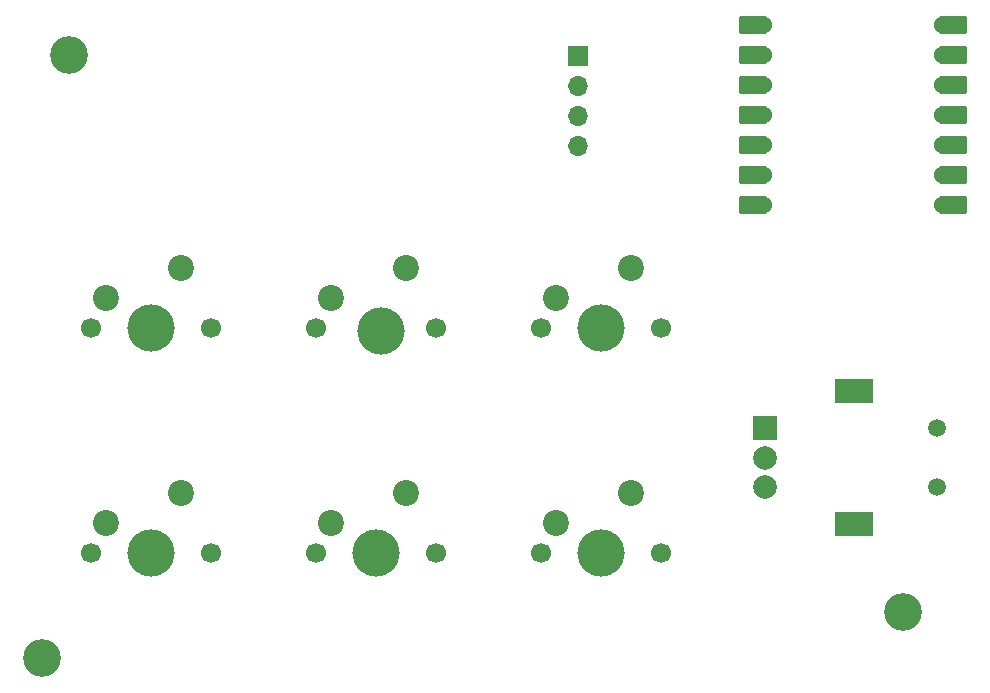
<source format=gbr>
%TF.GenerationSoftware,KiCad,Pcbnew,9.0.7*%
%TF.CreationDate,2026-01-16T03:08:10+02:00*%
%TF.ProjectId,HackPad,4861636b-5061-4642-9e6b-696361645f70,rev?*%
%TF.SameCoordinates,Original*%
%TF.FileFunction,Soldermask,Bot*%
%TF.FilePolarity,Negative*%
%FSLAX46Y46*%
G04 Gerber Fmt 4.6, Leading zero omitted, Abs format (unit mm)*
G04 Created by KiCad (PCBNEW 9.0.7) date 2026-01-16 03:08:10*
%MOMM*%
%LPD*%
G01*
G04 APERTURE LIST*
G04 Aperture macros list*
%AMRoundRect*
0 Rectangle with rounded corners*
0 $1 Rounding radius*
0 $2 $3 $4 $5 $6 $7 $8 $9 X,Y pos of 4 corners*
0 Add a 4 corners polygon primitive as box body*
4,1,4,$2,$3,$4,$5,$6,$7,$8,$9,$2,$3,0*
0 Add four circle primitives for the rounded corners*
1,1,$1+$1,$2,$3*
1,1,$1+$1,$4,$5*
1,1,$1+$1,$6,$7*
1,1,$1+$1,$8,$9*
0 Add four rect primitives between the rounded corners*
20,1,$1+$1,$2,$3,$4,$5,0*
20,1,$1+$1,$4,$5,$6,$7,0*
20,1,$1+$1,$6,$7,$8,$9,0*
20,1,$1+$1,$8,$9,$2,$3,0*%
G04 Aperture macros list end*
%ADD10C,3.200000*%
%ADD11R,1.700000X1.700000*%
%ADD12O,1.700000X1.700000*%
%ADD13C,2.200000*%
%ADD14C,1.700000*%
%ADD15C,4.000000*%
%ADD16C,1.500000*%
%ADD17R,2.000000X2.000000*%
%ADD18C,2.000000*%
%ADD19R,3.200000X2.000000*%
%ADD20RoundRect,0.152400X-1.063600X-0.609600X1.063600X-0.609600X1.063600X0.609600X-1.063600X0.609600X0*%
%ADD21C,1.524000*%
%ADD22RoundRect,0.152400X1.063600X0.609600X-1.063600X0.609600X-1.063600X-0.609600X1.063600X-0.609600X0*%
G04 APERTURE END LIST*
D10*
%TO.C,REF\u002A\u002A*%
X33230000Y-133060000D03*
%TD*%
%TO.C,REF\u002A\u002A*%
X35470000Y-82060000D03*
%TD*%
%TO.C,REF\u002A\u002A*%
X106120000Y-129220000D03*
%TD*%
D11*
%TO.C,OLED1*%
X78530000Y-82110000D03*
D12*
X78530000Y-84650000D03*
X78530000Y-87190000D03*
X78530000Y-89730000D03*
%TD*%
D13*
%TO.C,SW4*%
X57670000Y-121630000D03*
X64020000Y-119090000D03*
D14*
X66560000Y-124170000D03*
D15*
X61480000Y-124170000D03*
D14*
X56400000Y-124170000D03*
%TD*%
%TO.C,SW3*%
X56400000Y-105120000D03*
D15*
X61860000Y-105440000D03*
D14*
X66560000Y-105120000D03*
D13*
X64020000Y-100040000D03*
X57670000Y-102580000D03*
%TD*%
D14*
%TO.C,SW2*%
X37350000Y-124170000D03*
D15*
X42430000Y-124170000D03*
D14*
X47510000Y-124170000D03*
D13*
X44970000Y-119090000D03*
X38620000Y-121630000D03*
%TD*%
D14*
%TO.C,SW1*%
X37350000Y-105120000D03*
D15*
X42430000Y-105120000D03*
D14*
X47510000Y-105120000D03*
D13*
X44970000Y-100040000D03*
X38620000Y-102580000D03*
%TD*%
D14*
%TO.C,SW6*%
X75450000Y-124170000D03*
D15*
X80530000Y-124170000D03*
D14*
X85610000Y-124170000D03*
D13*
X83070000Y-119090000D03*
X76720000Y-121630000D03*
%TD*%
D14*
%TO.C,SW5*%
X75450000Y-105120000D03*
D15*
X80530000Y-105120000D03*
D14*
X85610000Y-105120000D03*
D13*
X83070000Y-100040000D03*
X76720000Y-102580000D03*
%TD*%
D16*
%TO.C,SW7*%
X108935000Y-113625000D03*
X108935000Y-118625000D03*
D17*
X94435000Y-113625000D03*
D18*
X94435000Y-118625000D03*
X94435000Y-116125000D03*
D19*
X101935000Y-110525000D03*
X101935000Y-121725000D03*
%TD*%
D20*
%TO.C,U1*%
X110285000Y-79518500D03*
D21*
X109450000Y-79518500D03*
D20*
X110285000Y-82058500D03*
D21*
X109450000Y-82058500D03*
D20*
X110285000Y-84598500D03*
D21*
X109450000Y-84598500D03*
D20*
X110285000Y-87138500D03*
D21*
X109450000Y-87138500D03*
D20*
X110285000Y-89678500D03*
D21*
X109450000Y-89678500D03*
D20*
X110285000Y-92218500D03*
D21*
X109450000Y-92218500D03*
D20*
X110285000Y-94758500D03*
D21*
X109450000Y-94758500D03*
X94210000Y-94758500D03*
D22*
X93375000Y-94758500D03*
D21*
X94210000Y-92218500D03*
D22*
X93375000Y-92218500D03*
D21*
X94210000Y-89678500D03*
D22*
X93375000Y-89678500D03*
D21*
X94210000Y-87138500D03*
D22*
X93375000Y-87138500D03*
D21*
X94210000Y-84598500D03*
D22*
X93375000Y-84598500D03*
D21*
X94210000Y-82058500D03*
D22*
X93375000Y-82058500D03*
D21*
X94210000Y-79518500D03*
D22*
X93375000Y-79518500D03*
%TD*%
M02*

</source>
